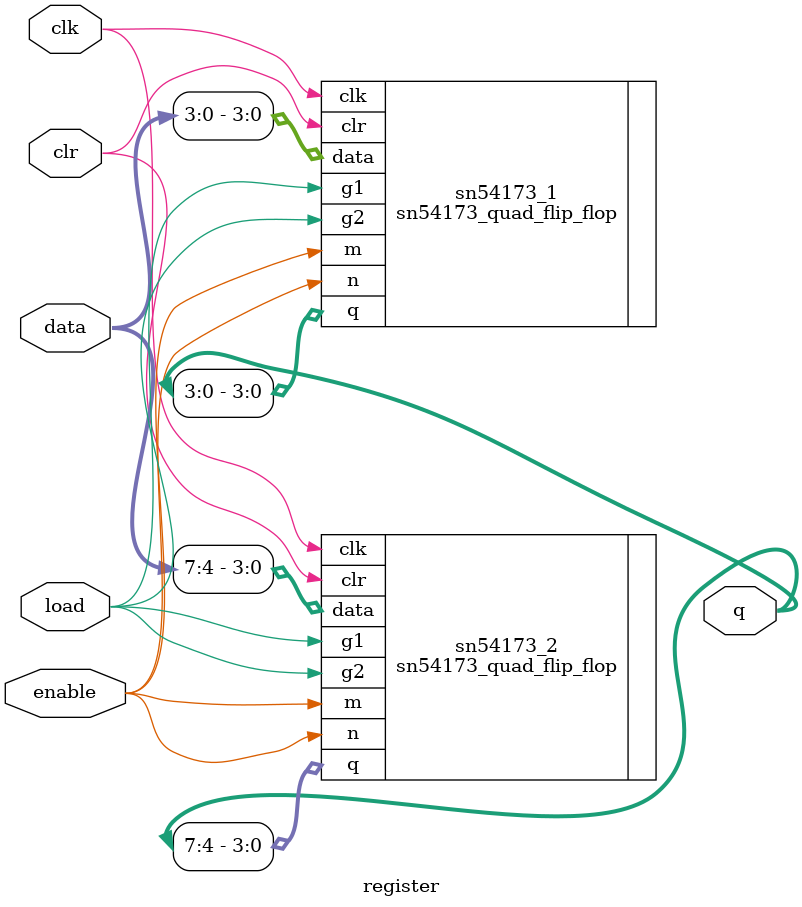
<source format=v>
module register (
    input  wire load,
    input  wire enable,
    input  wire clr,
    input  wire clk,
    input  wire [7:0] data,
    output wire [7:0] q 
);
    sn54173_quad_flip_flop sn54173_1(
        .m(enable),
        .n(enable),
        .g1(load),
        .g2(load),
        .clr(clr),
        .clk(clk),
        .data(data[3:0]), // lower 4 bits of data
        .q(q[3:0]) // lower 4 bits of q
    );
    sn54173_quad_flip_flop sn54173_2(
        .m(enable),
        .n(enable),
        .g1(load),
        .g2(load),
        .clr(clr),
        .clk(clk),
        .data(data[7:4]), // upper 4 bits of data
        .q(q[7:4]) // upper 4 bits of q
    );
endmodule

</source>
